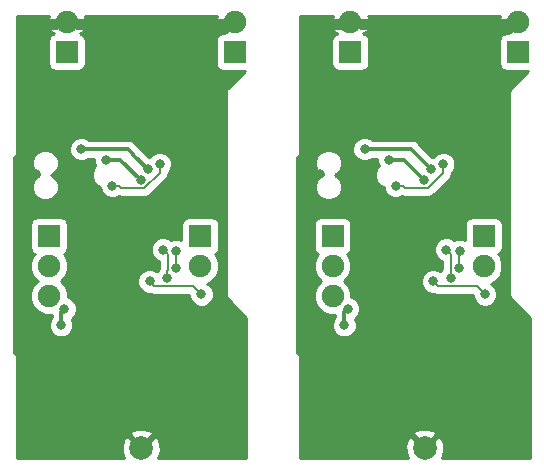
<source format=gbl>
G04 #@! TF.GenerationSoftware,KiCad,Pcbnew,5.0.0-rc2-unknown-68f6e3a~65~ubuntu16.04.1*
G04 #@! TF.CreationDate,2018-07-23T09:18:11+01:00*
G04 #@! TF.ProjectId,jerboa_panel,6A6572626F615F70616E656C2E6B6963,rev?*
G04 #@! TF.SameCoordinates,Original*
G04 #@! TF.FileFunction,Copper,L2,Bot,Signal*
G04 #@! TF.FilePolarity,Positive*
%FSLAX46Y46*%
G04 Gerber Fmt 4.6, Leading zero omitted, Abs format (unit mm)*
G04 Created by KiCad (PCBNEW 5.0.0-rc2-unknown-68f6e3a~65~ubuntu16.04.1) date Mon Jul 23 09:18:11 2018*
%MOMM*%
%LPD*%
G01*
G04 APERTURE LIST*
G04 #@! TA.AperFunction,ComponentPad*
%ADD10C,1.900000*%
G04 #@! TD*
G04 #@! TA.AperFunction,ComponentPad*
%ADD11R,1.900000X1.900000*%
G04 #@! TD*
G04 #@! TA.AperFunction,ViaPad*
%ADD12C,0.600000*%
G04 #@! TD*
G04 #@! TA.AperFunction,ComponentPad*
%ADD13C,2.000000*%
G04 #@! TD*
G04 #@! TA.AperFunction,ViaPad*
%ADD14C,0.800000*%
G04 #@! TD*
G04 #@! TA.AperFunction,Conductor*
%ADD15C,0.320000*%
G04 #@! TD*
G04 #@! TA.AperFunction,Conductor*
%ADD16C,0.200000*%
G04 #@! TD*
G04 #@! TA.AperFunction,Conductor*
%ADD17C,0.500000*%
G04 #@! TD*
G04 #@! TA.AperFunction,Conductor*
%ADD18C,0.254000*%
G04 #@! TD*
G04 APERTURE END LIST*
D10*
G04 #@! TO.P,J2,3*
G04 #@! TO.N,/I2C_SDA*
X58100000Y-60140000D03*
G04 #@! TO.P,J2,2*
G04 #@! TO.N,/I2C_SCL*
X58100000Y-57600000D03*
D11*
G04 #@! TO.P,J2,1*
G04 #@! TO.N,/WSPR_ENABLE*
X58100000Y-55060000D03*
G04 #@! TD*
D12*
G04 #@! TO.N,GND*
G04 #@! TO.C,U1*
X65155905Y-55047128D03*
X62655905Y-55047128D03*
X65155905Y-57547128D03*
X62655905Y-57547128D03*
G04 #@! TD*
D11*
G04 #@! TO.P,J1,1*
G04 #@! TO.N,3v3*
X73800000Y-39470000D03*
D10*
G04 #@! TO.P,J1,2*
G04 #@! TO.N,GND*
X73800000Y-36930000D03*
G04 #@! TD*
G04 #@! TO.P,J3,2*
G04 #@! TO.N,GND*
X59600000Y-36930000D03*
D11*
G04 #@! TO.P,J3,1*
G04 #@! TO.N,Net-(C12-Pad1)*
X59600000Y-39470000D03*
G04 #@! TD*
G04 #@! TO.P,J4,1*
G04 #@! TO.N,/SOLAR_CELL_VOLTAGE*
X70900000Y-55060000D03*
D10*
G04 #@! TO.P,J4,2*
G04 #@! TO.N,/BATT_V*
X70900000Y-57600000D03*
G04 #@! TD*
D13*
G04 #@! TO.P,TP1,1*
G04 #@! TO.N,GND*
X65900000Y-73000000D03*
G04 #@! TD*
D10*
G04 #@! TO.P,J1,2*
G04 #@! TO.N,GND*
X49800000Y-36930000D03*
D11*
G04 #@! TO.P,J1,1*
G04 #@! TO.N,3v3*
X49800000Y-39470000D03*
G04 #@! TD*
D12*
G04 #@! TO.N,GND*
G04 #@! TO.C,U1*
X38655905Y-57547128D03*
X41155905Y-57547128D03*
X38655905Y-55047128D03*
X41155905Y-55047128D03*
G04 #@! TD*
D11*
G04 #@! TO.P,J2,1*
G04 #@! TO.N,/WSPR_ENABLE*
X34100000Y-55060000D03*
D10*
G04 #@! TO.P,J2,2*
G04 #@! TO.N,/I2C_SCL*
X34100000Y-57600000D03*
G04 #@! TO.P,J2,3*
G04 #@! TO.N,/I2C_SDA*
X34100000Y-60140000D03*
G04 #@! TD*
D11*
G04 #@! TO.P,J3,1*
G04 #@! TO.N,Net-(C12-Pad1)*
X35600000Y-39470000D03*
D10*
G04 #@! TO.P,J3,2*
G04 #@! TO.N,GND*
X35600000Y-36930000D03*
G04 #@! TD*
G04 #@! TO.P,J4,2*
G04 #@! TO.N,/BATT_V*
X46900000Y-57600000D03*
D11*
G04 #@! TO.P,J4,1*
G04 #@! TO.N,/SOLAR_CELL_VOLTAGE*
X46900000Y-55060000D03*
G04 #@! TD*
D13*
G04 #@! TO.P,TP1,1*
G04 #@! TO.N,GND*
X41900000Y-73000000D03*
G04 #@! TD*
D14*
G04 #@! TO.N,3v3*
X41839999Y-50300000D03*
X35400000Y-61200000D03*
X38900000Y-48600000D03*
X35100000Y-62610010D03*
X59400000Y-61200000D03*
X62900000Y-48600000D03*
X59100000Y-62610010D03*
X65839999Y-50300000D03*
G04 #@! TO.N,GND*
X45050000Y-61950000D03*
X44300000Y-61200000D03*
X45800000Y-62700000D03*
X45800000Y-61200000D03*
X44300000Y-62700000D03*
X43000000Y-64000000D03*
X32900000Y-65000000D03*
X50400000Y-65600000D03*
X50400000Y-64400000D03*
X50400000Y-63200000D03*
X50400000Y-62000000D03*
X39700000Y-70400000D03*
X43100000Y-67400000D03*
X46000000Y-69600000D03*
X39949989Y-62000000D03*
X37135025Y-60635025D03*
X33029989Y-49800000D03*
X46410330Y-48315129D03*
X47708903Y-51091097D03*
X42700000Y-53700000D03*
X39200000Y-66024998D03*
X49400000Y-72700000D03*
X50300000Y-73600000D03*
X48500000Y-73600000D03*
X48500000Y-71800000D03*
X50300000Y-71800000D03*
X34400000Y-72700000D03*
X33500000Y-73600000D03*
X35300000Y-73600000D03*
X35300000Y-71800000D03*
X33500000Y-71800000D03*
X32708594Y-66560000D03*
X35200000Y-46100000D03*
X32300000Y-39600000D03*
X47300000Y-41900000D03*
X38500000Y-41900000D03*
X47300000Y-39600000D03*
X47300000Y-44200000D03*
X45100000Y-41900000D03*
X42900000Y-41900000D03*
X40700000Y-41900000D03*
X45100000Y-44200000D03*
X42900000Y-44200000D03*
X40700000Y-44200000D03*
X38500000Y-44200000D03*
X45100000Y-39600000D03*
X42900000Y-39600000D03*
X40700000Y-39600000D03*
X38500000Y-39600000D03*
X72500000Y-73600000D03*
X72500000Y-71800000D03*
X74300000Y-71800000D03*
X69800000Y-62700000D03*
X69800000Y-61200000D03*
X56900000Y-65000000D03*
X68300000Y-62700000D03*
X69050000Y-61950000D03*
X68300000Y-61200000D03*
X67000000Y-64000000D03*
X63700000Y-70400000D03*
X67100000Y-67400000D03*
X70000000Y-69600000D03*
X56708594Y-66560000D03*
X59200000Y-46100000D03*
X56300000Y-39600000D03*
X74400000Y-65600000D03*
X74400000Y-64400000D03*
X74400000Y-63200000D03*
X74400000Y-62000000D03*
X71300000Y-41900000D03*
X62500000Y-41900000D03*
X71300000Y-39600000D03*
X63200000Y-66024998D03*
X63949989Y-62000000D03*
X61135025Y-60635025D03*
X62500000Y-44200000D03*
X69100000Y-39600000D03*
X66900000Y-39600000D03*
X64700000Y-39600000D03*
X62500000Y-39600000D03*
X57029989Y-49800000D03*
X70410330Y-48315129D03*
X71708903Y-51091097D03*
X66700000Y-53700000D03*
X71300000Y-44200000D03*
X69100000Y-41900000D03*
X66900000Y-41900000D03*
X64700000Y-41900000D03*
X69100000Y-44200000D03*
X66900000Y-44200000D03*
X64700000Y-44200000D03*
X73400000Y-72700000D03*
X74300000Y-73600000D03*
X58400000Y-72700000D03*
X57500000Y-73600000D03*
X59300000Y-73600000D03*
X59300000Y-71800000D03*
X57500000Y-71800000D03*
G04 #@! TO.N,/MCU_nIRQ_TO_RADIO*
X42600000Y-58900000D03*
X47000000Y-60000000D03*
X66600000Y-58900000D03*
X71000000Y-60000000D03*
G04 #@! TO.N,/MCU_MISO*
X44835196Y-57800550D03*
X44849896Y-56347128D03*
X68835196Y-57800550D03*
X68849896Y-56347128D03*
G04 #@! TO.N,/MCU_MOSI*
X43722048Y-56199990D03*
X44100000Y-58599999D03*
X68100000Y-58599999D03*
X67722048Y-56199990D03*
G04 #@! TO.N,/GPS_~RESET*
X43469762Y-48952169D03*
X39455905Y-50803535D03*
X67469762Y-48952169D03*
X63455905Y-50803535D03*
G04 #@! TO.N,3v3_switched*
X42450000Y-49400000D03*
X36810000Y-47700000D03*
X60810000Y-47700000D03*
X66450000Y-49400000D03*
G04 #@! TD*
D15*
G04 #@! TO.N,3v3*
X41839999Y-50300000D02*
X40572126Y-49032127D01*
X40139999Y-48600000D02*
X41839999Y-50300000D01*
X38900000Y-48600000D02*
X40139999Y-48600000D01*
X35100000Y-61500000D02*
X35400000Y-61200000D01*
X35100000Y-62610010D02*
X35100000Y-61500000D01*
X59100000Y-61500000D02*
X59400000Y-61200000D01*
X59100000Y-62610010D02*
X59100000Y-61500000D01*
X65839999Y-50300000D02*
X64572126Y-49032127D01*
X64139999Y-48600000D02*
X65839999Y-50300000D01*
X62900000Y-48600000D02*
X64139999Y-48600000D01*
D16*
G04 #@! TO.N,GND*
X45050000Y-61950000D02*
X46074998Y-60925002D01*
D17*
X35600000Y-36960000D02*
X32740000Y-36960000D01*
X35600000Y-36960000D02*
X37960000Y-36960000D01*
X35600000Y-36960000D02*
X35960000Y-36960000D01*
X35600000Y-36960000D02*
X36060000Y-36960000D01*
X36060000Y-36960000D02*
X36500000Y-37400000D01*
X36500000Y-37400000D02*
X37100000Y-37400000D01*
X35600000Y-36960000D02*
X35240000Y-36960000D01*
X35240000Y-36960000D02*
X34800000Y-37400000D01*
X34800000Y-37400000D02*
X34100000Y-37400000D01*
X48456498Y-36930000D02*
X48426498Y-36900000D01*
X49800000Y-36930000D02*
X48456498Y-36930000D01*
X48426498Y-36900000D02*
X46500000Y-36900000D01*
X49800000Y-36930000D02*
X49370000Y-36930000D01*
X49370000Y-36930000D02*
X48900000Y-37400000D01*
X48900000Y-37400000D02*
X48400000Y-37400000D01*
X49800000Y-36930000D02*
X49800000Y-37000000D01*
X49800000Y-37000000D02*
X49000000Y-37800000D01*
X49000000Y-37800000D02*
X48500000Y-37800000D01*
D15*
X32308595Y-66160001D02*
X32308595Y-66058595D01*
X32708594Y-66560000D02*
X32308595Y-66160001D01*
X32308595Y-66058595D02*
X31200000Y-64950000D01*
X31200000Y-64950000D02*
X31200000Y-48950000D01*
X31200000Y-48950000D02*
X31200000Y-48450000D01*
X31200000Y-48450000D02*
X31450000Y-48200000D01*
X45100000Y-41900000D02*
X42900000Y-41900000D01*
X42900000Y-41900000D02*
X42900000Y-44200000D01*
X40700000Y-44200000D02*
X38500000Y-44200000D01*
X47300000Y-39600000D02*
X45100000Y-39600000D01*
X45100000Y-39600000D02*
X42900000Y-39600000D01*
X40700000Y-39600000D02*
X38500000Y-39600000D01*
D16*
X69050000Y-61950000D02*
X70074998Y-60925002D01*
D17*
X59600000Y-36960000D02*
X56740000Y-36960000D01*
X59600000Y-36960000D02*
X61960000Y-36960000D01*
X59600000Y-36960000D02*
X59960000Y-36960000D01*
X72900000Y-37400000D02*
X72400000Y-37400000D01*
X73800000Y-36930000D02*
X73800000Y-37000000D01*
X73800000Y-37000000D02*
X73000000Y-37800000D01*
X73000000Y-37800000D02*
X72500000Y-37800000D01*
D15*
X56308595Y-66160001D02*
X56308595Y-66058595D01*
X56708594Y-66560000D02*
X56308595Y-66160001D01*
X56308595Y-66058595D02*
X55200000Y-64950000D01*
X55200000Y-64950000D02*
X55200000Y-48950000D01*
X55200000Y-48950000D02*
X55200000Y-48450000D01*
X55200000Y-48450000D02*
X55450000Y-48200000D01*
D17*
X59600000Y-36960000D02*
X60060000Y-36960000D01*
X60060000Y-36960000D02*
X60500000Y-37400000D01*
X60500000Y-37400000D02*
X61100000Y-37400000D01*
X59600000Y-36960000D02*
X59240000Y-36960000D01*
X59240000Y-36960000D02*
X58800000Y-37400000D01*
X58800000Y-37400000D02*
X58100000Y-37400000D01*
X72456498Y-36930000D02*
X72426498Y-36900000D01*
X73800000Y-36930000D02*
X72456498Y-36930000D01*
X72426498Y-36900000D02*
X70500000Y-36900000D01*
X73800000Y-36930000D02*
X73370000Y-36930000D01*
X73370000Y-36930000D02*
X72900000Y-37400000D01*
D15*
X64700000Y-44200000D02*
X62500000Y-44200000D01*
X71300000Y-39600000D02*
X69100000Y-39600000D01*
X69100000Y-39600000D02*
X66900000Y-39600000D01*
X64700000Y-39600000D02*
X62500000Y-39600000D01*
X69100000Y-41900000D02*
X66900000Y-41900000D01*
X66900000Y-41900000D02*
X66900000Y-44200000D01*
D16*
G04 #@! TO.N,/MCU_nIRQ_TO_RADIO*
X42999999Y-59299999D02*
X42600000Y-58900000D01*
X47000000Y-60000000D02*
X46299999Y-59299999D01*
X46299999Y-59299999D02*
X42999999Y-59299999D01*
X66999999Y-59299999D02*
X66600000Y-58900000D01*
X71000000Y-60000000D02*
X70299999Y-59299999D01*
X70299999Y-59299999D02*
X66999999Y-59299999D01*
G04 #@! TO.N,/MCU_MISO*
X44835196Y-56361828D02*
X44849896Y-56347128D01*
X44835196Y-57800550D02*
X44835196Y-56361828D01*
X68835196Y-57800550D02*
X68835196Y-56361828D01*
X68835196Y-56361828D02*
X68849896Y-56347128D01*
G04 #@! TO.N,/MCU_MOSI*
X44100000Y-58000000D02*
X44100000Y-58599999D01*
X44135195Y-57964805D02*
X44100000Y-58000000D01*
X43722048Y-56199990D02*
X44135195Y-56613137D01*
X44135195Y-56613137D02*
X44135195Y-57964805D01*
X68100000Y-58000000D02*
X68100000Y-58599999D01*
X68135195Y-57964805D02*
X68100000Y-58000000D01*
X67722048Y-56199990D02*
X68135195Y-56613137D01*
X68135195Y-56613137D02*
X68135195Y-57964805D01*
G04 #@! TO.N,/GPS_~RESET*
X43469762Y-49517854D02*
X43469762Y-48952169D01*
X43469762Y-49706239D02*
X43469762Y-49517854D01*
X42176000Y-51000001D02*
X43469762Y-49706239D01*
X40218056Y-51000001D02*
X42176000Y-51000001D01*
X40021590Y-50803535D02*
X40218056Y-51000001D01*
X39455905Y-50803535D02*
X40021590Y-50803535D01*
X67469762Y-49517854D02*
X67469762Y-48952169D01*
X67469762Y-49706239D02*
X67469762Y-49517854D01*
X66176000Y-51000001D02*
X67469762Y-49706239D01*
X64218056Y-51000001D02*
X66176000Y-51000001D01*
X64021590Y-50803535D02*
X64218056Y-51000001D01*
X63455905Y-50803535D02*
X64021590Y-50803535D01*
D15*
G04 #@! TO.N,3v3_switched*
X41083589Y-48033589D02*
X41300000Y-48250000D01*
X42450000Y-49400000D02*
X41300000Y-48250000D01*
X41300000Y-48250000D02*
X41197776Y-48147776D01*
X40750000Y-47700000D02*
X41083589Y-48033589D01*
X36810000Y-47700000D02*
X40750000Y-47700000D01*
X65083589Y-48033589D02*
X65300000Y-48250000D01*
X66450000Y-49400000D02*
X65300000Y-48250000D01*
X65300000Y-48250000D02*
X65197776Y-48147776D01*
X64750000Y-47700000D02*
X65083589Y-48033589D01*
X60810000Y-47700000D02*
X64750000Y-47700000D01*
G04 #@! TD*
D18*
G04 #@! TO.N,GND*
G36*
X34003812Y-36677398D02*
X34028648Y-37307461D01*
X34221981Y-37774208D01*
X34483648Y-37866744D01*
X34435083Y-37915309D01*
X34402235Y-37921843D01*
X34192191Y-38062191D01*
X34051843Y-38272235D01*
X34002560Y-38520000D01*
X34002560Y-40420000D01*
X34051843Y-40667765D01*
X34192191Y-40877809D01*
X34402235Y-41018157D01*
X34650000Y-41067440D01*
X36550000Y-41067440D01*
X36797765Y-41018157D01*
X37007809Y-40877809D01*
X37148157Y-40667765D01*
X37197440Y-40420000D01*
X37197440Y-38520000D01*
X37148157Y-38272235D01*
X37007809Y-38062191D01*
X36797765Y-37921843D01*
X36764917Y-37915309D01*
X36716352Y-37866744D01*
X36978019Y-37774208D01*
X37196188Y-37182602D01*
X37171352Y-36552539D01*
X37117674Y-36422949D01*
X48297646Y-36422949D01*
X48203812Y-36677398D01*
X48228648Y-37307461D01*
X48421981Y-37774208D01*
X48683648Y-37866744D01*
X48635083Y-37915309D01*
X48602235Y-37921843D01*
X48392191Y-38062191D01*
X48251843Y-38272235D01*
X48202560Y-38520000D01*
X48202560Y-40420000D01*
X48251843Y-40667765D01*
X48392191Y-40877809D01*
X48602235Y-41018157D01*
X48850000Y-41067440D01*
X50677463Y-41067440D01*
X49292022Y-42452882D01*
X49238587Y-42488586D01*
X49202882Y-42542022D01*
X49202881Y-42542023D01*
X49097134Y-42700284D01*
X49047463Y-42950000D01*
X49060001Y-43013034D01*
X49060000Y-59886971D01*
X49047463Y-59950000D01*
X49060000Y-60013029D01*
X49060000Y-60013032D01*
X49097133Y-60199714D01*
X49238586Y-60411414D01*
X49292024Y-60447120D01*
X50810001Y-61965098D01*
X50810000Y-73810000D01*
X43343262Y-73810000D01*
X43545908Y-73264539D01*
X43521856Y-72614540D01*
X43319387Y-72125736D01*
X43052532Y-72027073D01*
X42079605Y-73000000D01*
X42093748Y-73014143D01*
X41914143Y-73193748D01*
X41900000Y-73179605D01*
X41885858Y-73193748D01*
X41706253Y-73014143D01*
X41720395Y-73000000D01*
X40747468Y-72027073D01*
X40480613Y-72125736D01*
X40254092Y-72735461D01*
X40278144Y-73385460D01*
X40453994Y-73810000D01*
X31340000Y-73810000D01*
X31340000Y-71847468D01*
X40927073Y-71847468D01*
X41900000Y-72820395D01*
X42872927Y-71847468D01*
X42774264Y-71580613D01*
X42164539Y-71354092D01*
X41514540Y-71378144D01*
X41025736Y-71580613D01*
X40927073Y-71847468D01*
X31340000Y-71847468D01*
X31340000Y-54110000D01*
X32502560Y-54110000D01*
X32502560Y-56010000D01*
X32551843Y-56257765D01*
X32692191Y-56467809D01*
X32871111Y-56587361D01*
X32756302Y-56702170D01*
X32515000Y-57284724D01*
X32515000Y-57915276D01*
X32756302Y-58497830D01*
X33128472Y-58870000D01*
X32756302Y-59242170D01*
X32515000Y-59824724D01*
X32515000Y-60455276D01*
X32756302Y-61037830D01*
X33202170Y-61483698D01*
X33784724Y-61725000D01*
X34305001Y-61725000D01*
X34305001Y-61941298D01*
X34222569Y-62023730D01*
X34065000Y-62404136D01*
X34065000Y-62815884D01*
X34222569Y-63196290D01*
X34513720Y-63487441D01*
X34894126Y-63645010D01*
X35305874Y-63645010D01*
X35686280Y-63487441D01*
X35977431Y-63196290D01*
X36135000Y-62815884D01*
X36135000Y-62404136D01*
X35995751Y-62067960D01*
X36277431Y-61786280D01*
X36435000Y-61405874D01*
X36435000Y-60994126D01*
X36277431Y-60613720D01*
X35986280Y-60322569D01*
X35685000Y-60197775D01*
X35685000Y-59824724D01*
X35443698Y-59242170D01*
X35071528Y-58870000D01*
X35247402Y-58694126D01*
X41565000Y-58694126D01*
X41565000Y-59105874D01*
X41722569Y-59486280D01*
X42013720Y-59777431D01*
X42394126Y-59935000D01*
X42627381Y-59935000D01*
X42713216Y-59992353D01*
X42927611Y-60034999D01*
X42927614Y-60034999D01*
X42999998Y-60049397D01*
X43072382Y-60034999D01*
X45965000Y-60034999D01*
X45965000Y-60205874D01*
X46122569Y-60586280D01*
X46413720Y-60877431D01*
X46794126Y-61035000D01*
X47205874Y-61035000D01*
X47586280Y-60877431D01*
X47877431Y-60586280D01*
X48035000Y-60205874D01*
X48035000Y-59794126D01*
X47877431Y-59413720D01*
X47586280Y-59122569D01*
X47476139Y-59076947D01*
X47797830Y-58943698D01*
X48243698Y-58497830D01*
X48485000Y-57915276D01*
X48485000Y-57284724D01*
X48243698Y-56702170D01*
X48128889Y-56587361D01*
X48307809Y-56467809D01*
X48448157Y-56257765D01*
X48497440Y-56010000D01*
X48497440Y-54110000D01*
X48448157Y-53862235D01*
X48307809Y-53652191D01*
X48097765Y-53511843D01*
X47850000Y-53462560D01*
X45950000Y-53462560D01*
X45702235Y-53511843D01*
X45492191Y-53652191D01*
X45351843Y-53862235D01*
X45302560Y-54110000D01*
X45302560Y-55414352D01*
X45055770Y-55312128D01*
X44644022Y-55312128D01*
X44399275Y-55413506D01*
X44308328Y-55322559D01*
X43927922Y-55164990D01*
X43516174Y-55164990D01*
X43135768Y-55322559D01*
X42844617Y-55613710D01*
X42687048Y-55994116D01*
X42687048Y-56405864D01*
X42844617Y-56786270D01*
X43135768Y-57077421D01*
X43400195Y-57186950D01*
X43400196Y-57750672D01*
X43378986Y-57857302D01*
X43222569Y-58013719D01*
X43209348Y-58045637D01*
X43186280Y-58022569D01*
X42805874Y-57865000D01*
X42394126Y-57865000D01*
X42013720Y-58022569D01*
X41722569Y-58313720D01*
X41565000Y-58694126D01*
X35247402Y-58694126D01*
X35443698Y-58497830D01*
X35685000Y-57915276D01*
X35685000Y-57284724D01*
X35443698Y-56702170D01*
X35328889Y-56587361D01*
X35507809Y-56467809D01*
X35648157Y-56257765D01*
X35697440Y-56010000D01*
X35697440Y-54110000D01*
X35648157Y-53862235D01*
X35507809Y-53652191D01*
X35297765Y-53511843D01*
X35050000Y-53462560D01*
X33150000Y-53462560D01*
X32902235Y-53511843D01*
X32692191Y-53652191D01*
X32551843Y-53862235D01*
X32502560Y-54110000D01*
X31340000Y-54110000D01*
X31340000Y-48650362D01*
X32625000Y-48650362D01*
X32625000Y-49101894D01*
X32797793Y-49519054D01*
X33117074Y-49838335D01*
X33246942Y-49892128D01*
X33117074Y-49945921D01*
X32797793Y-50265202D01*
X32625000Y-50682362D01*
X32625000Y-51133894D01*
X32797793Y-51551054D01*
X33117074Y-51870335D01*
X33534234Y-52043128D01*
X33985766Y-52043128D01*
X34402926Y-51870335D01*
X34722207Y-51551054D01*
X34895000Y-51133894D01*
X34895000Y-50682362D01*
X34722207Y-50265202D01*
X34402926Y-49945921D01*
X34273058Y-49892128D01*
X34402926Y-49838335D01*
X34722207Y-49519054D01*
X34895000Y-49101894D01*
X34895000Y-48650362D01*
X34722207Y-48233202D01*
X34402926Y-47913921D01*
X33985766Y-47741128D01*
X33534234Y-47741128D01*
X33117074Y-47913921D01*
X32797793Y-48233202D01*
X32625000Y-48650362D01*
X31340000Y-48650362D01*
X31340000Y-47494126D01*
X35775000Y-47494126D01*
X35775000Y-47905874D01*
X35932569Y-48286280D01*
X36223720Y-48577431D01*
X36604126Y-48735000D01*
X37015874Y-48735000D01*
X37396280Y-48577431D01*
X37478711Y-48495000D01*
X37865000Y-48495000D01*
X37865000Y-48805874D01*
X37998595Y-49128400D01*
X37877793Y-49249202D01*
X37705000Y-49666362D01*
X37705000Y-50117894D01*
X37877793Y-50535054D01*
X38197074Y-50854335D01*
X38420905Y-50947049D01*
X38420905Y-51009409D01*
X38578474Y-51389815D01*
X38869625Y-51680966D01*
X39250031Y-51838535D01*
X39661779Y-51838535D01*
X39987627Y-51703565D01*
X40145668Y-51735001D01*
X40145672Y-51735001D01*
X40218056Y-51749399D01*
X40290440Y-51735001D01*
X42103616Y-51735001D01*
X42176000Y-51749399D01*
X42248384Y-51735001D01*
X42248388Y-51735001D01*
X42462783Y-51692355D01*
X42705905Y-51529906D01*
X42746911Y-51468536D01*
X43938300Y-50277148D01*
X43999667Y-50236144D01*
X44162116Y-49993022D01*
X44204762Y-49778627D01*
X44204762Y-49778626D01*
X44219161Y-49706239D01*
X44212565Y-49673077D01*
X44347193Y-49538449D01*
X44504762Y-49158043D01*
X44504762Y-48746295D01*
X44347193Y-48365889D01*
X44056042Y-48074738D01*
X43675636Y-47917169D01*
X43263888Y-47917169D01*
X42883482Y-48074738D01*
X42593220Y-48365000D01*
X42539299Y-48365000D01*
X41367514Y-47193215D01*
X41323162Y-47126838D01*
X41060193Y-46951127D01*
X40828296Y-46905000D01*
X40828291Y-46905000D01*
X40750000Y-46889427D01*
X40671709Y-46905000D01*
X37478711Y-46905000D01*
X37396280Y-46822569D01*
X37015874Y-46665000D01*
X36604126Y-46665000D01*
X36223720Y-46822569D01*
X35932569Y-47113720D01*
X35775000Y-47494126D01*
X31340000Y-47494126D01*
X31340000Y-36422949D01*
X34097646Y-36422949D01*
X34003812Y-36677398D01*
X34003812Y-36677398D01*
G37*
X34003812Y-36677398D02*
X34028648Y-37307461D01*
X34221981Y-37774208D01*
X34483648Y-37866744D01*
X34435083Y-37915309D01*
X34402235Y-37921843D01*
X34192191Y-38062191D01*
X34051843Y-38272235D01*
X34002560Y-38520000D01*
X34002560Y-40420000D01*
X34051843Y-40667765D01*
X34192191Y-40877809D01*
X34402235Y-41018157D01*
X34650000Y-41067440D01*
X36550000Y-41067440D01*
X36797765Y-41018157D01*
X37007809Y-40877809D01*
X37148157Y-40667765D01*
X37197440Y-40420000D01*
X37197440Y-38520000D01*
X37148157Y-38272235D01*
X37007809Y-38062191D01*
X36797765Y-37921843D01*
X36764917Y-37915309D01*
X36716352Y-37866744D01*
X36978019Y-37774208D01*
X37196188Y-37182602D01*
X37171352Y-36552539D01*
X37117674Y-36422949D01*
X48297646Y-36422949D01*
X48203812Y-36677398D01*
X48228648Y-37307461D01*
X48421981Y-37774208D01*
X48683648Y-37866744D01*
X48635083Y-37915309D01*
X48602235Y-37921843D01*
X48392191Y-38062191D01*
X48251843Y-38272235D01*
X48202560Y-38520000D01*
X48202560Y-40420000D01*
X48251843Y-40667765D01*
X48392191Y-40877809D01*
X48602235Y-41018157D01*
X48850000Y-41067440D01*
X50677463Y-41067440D01*
X49292022Y-42452882D01*
X49238587Y-42488586D01*
X49202882Y-42542022D01*
X49202881Y-42542023D01*
X49097134Y-42700284D01*
X49047463Y-42950000D01*
X49060001Y-43013034D01*
X49060000Y-59886971D01*
X49047463Y-59950000D01*
X49060000Y-60013029D01*
X49060000Y-60013032D01*
X49097133Y-60199714D01*
X49238586Y-60411414D01*
X49292024Y-60447120D01*
X50810001Y-61965098D01*
X50810000Y-73810000D01*
X43343262Y-73810000D01*
X43545908Y-73264539D01*
X43521856Y-72614540D01*
X43319387Y-72125736D01*
X43052532Y-72027073D01*
X42079605Y-73000000D01*
X42093748Y-73014143D01*
X41914143Y-73193748D01*
X41900000Y-73179605D01*
X41885858Y-73193748D01*
X41706253Y-73014143D01*
X41720395Y-73000000D01*
X40747468Y-72027073D01*
X40480613Y-72125736D01*
X40254092Y-72735461D01*
X40278144Y-73385460D01*
X40453994Y-73810000D01*
X31340000Y-73810000D01*
X31340000Y-71847468D01*
X40927073Y-71847468D01*
X41900000Y-72820395D01*
X42872927Y-71847468D01*
X42774264Y-71580613D01*
X42164539Y-71354092D01*
X41514540Y-71378144D01*
X41025736Y-71580613D01*
X40927073Y-71847468D01*
X31340000Y-71847468D01*
X31340000Y-54110000D01*
X32502560Y-54110000D01*
X32502560Y-56010000D01*
X32551843Y-56257765D01*
X32692191Y-56467809D01*
X32871111Y-56587361D01*
X32756302Y-56702170D01*
X32515000Y-57284724D01*
X32515000Y-57915276D01*
X32756302Y-58497830D01*
X33128472Y-58870000D01*
X32756302Y-59242170D01*
X32515000Y-59824724D01*
X32515000Y-60455276D01*
X32756302Y-61037830D01*
X33202170Y-61483698D01*
X33784724Y-61725000D01*
X34305001Y-61725000D01*
X34305001Y-61941298D01*
X34222569Y-62023730D01*
X34065000Y-62404136D01*
X34065000Y-62815884D01*
X34222569Y-63196290D01*
X34513720Y-63487441D01*
X34894126Y-63645010D01*
X35305874Y-63645010D01*
X35686280Y-63487441D01*
X35977431Y-63196290D01*
X36135000Y-62815884D01*
X36135000Y-62404136D01*
X35995751Y-62067960D01*
X36277431Y-61786280D01*
X36435000Y-61405874D01*
X36435000Y-60994126D01*
X36277431Y-60613720D01*
X35986280Y-60322569D01*
X35685000Y-60197775D01*
X35685000Y-59824724D01*
X35443698Y-59242170D01*
X35071528Y-58870000D01*
X35247402Y-58694126D01*
X41565000Y-58694126D01*
X41565000Y-59105874D01*
X41722569Y-59486280D01*
X42013720Y-59777431D01*
X42394126Y-59935000D01*
X42627381Y-59935000D01*
X42713216Y-59992353D01*
X42927611Y-60034999D01*
X42927614Y-60034999D01*
X42999998Y-60049397D01*
X43072382Y-60034999D01*
X45965000Y-60034999D01*
X45965000Y-60205874D01*
X46122569Y-60586280D01*
X46413720Y-60877431D01*
X46794126Y-61035000D01*
X47205874Y-61035000D01*
X47586280Y-60877431D01*
X47877431Y-60586280D01*
X48035000Y-60205874D01*
X48035000Y-59794126D01*
X47877431Y-59413720D01*
X47586280Y-59122569D01*
X47476139Y-59076947D01*
X47797830Y-58943698D01*
X48243698Y-58497830D01*
X48485000Y-57915276D01*
X48485000Y-57284724D01*
X48243698Y-56702170D01*
X48128889Y-56587361D01*
X48307809Y-56467809D01*
X48448157Y-56257765D01*
X48497440Y-56010000D01*
X48497440Y-54110000D01*
X48448157Y-53862235D01*
X48307809Y-53652191D01*
X48097765Y-53511843D01*
X47850000Y-53462560D01*
X45950000Y-53462560D01*
X45702235Y-53511843D01*
X45492191Y-53652191D01*
X45351843Y-53862235D01*
X45302560Y-54110000D01*
X45302560Y-55414352D01*
X45055770Y-55312128D01*
X44644022Y-55312128D01*
X44399275Y-55413506D01*
X44308328Y-55322559D01*
X43927922Y-55164990D01*
X43516174Y-55164990D01*
X43135768Y-55322559D01*
X42844617Y-55613710D01*
X42687048Y-55994116D01*
X42687048Y-56405864D01*
X42844617Y-56786270D01*
X43135768Y-57077421D01*
X43400195Y-57186950D01*
X43400196Y-57750672D01*
X43378986Y-57857302D01*
X43222569Y-58013719D01*
X43209348Y-58045637D01*
X43186280Y-58022569D01*
X42805874Y-57865000D01*
X42394126Y-57865000D01*
X42013720Y-58022569D01*
X41722569Y-58313720D01*
X41565000Y-58694126D01*
X35247402Y-58694126D01*
X35443698Y-58497830D01*
X35685000Y-57915276D01*
X35685000Y-57284724D01*
X35443698Y-56702170D01*
X35328889Y-56587361D01*
X35507809Y-56467809D01*
X35648157Y-56257765D01*
X35697440Y-56010000D01*
X35697440Y-54110000D01*
X35648157Y-53862235D01*
X35507809Y-53652191D01*
X35297765Y-53511843D01*
X35050000Y-53462560D01*
X33150000Y-53462560D01*
X32902235Y-53511843D01*
X32692191Y-53652191D01*
X32551843Y-53862235D01*
X32502560Y-54110000D01*
X31340000Y-54110000D01*
X31340000Y-48650362D01*
X32625000Y-48650362D01*
X32625000Y-49101894D01*
X32797793Y-49519054D01*
X33117074Y-49838335D01*
X33246942Y-49892128D01*
X33117074Y-49945921D01*
X32797793Y-50265202D01*
X32625000Y-50682362D01*
X32625000Y-51133894D01*
X32797793Y-51551054D01*
X33117074Y-51870335D01*
X33534234Y-52043128D01*
X33985766Y-52043128D01*
X34402926Y-51870335D01*
X34722207Y-51551054D01*
X34895000Y-51133894D01*
X34895000Y-50682362D01*
X34722207Y-50265202D01*
X34402926Y-49945921D01*
X34273058Y-49892128D01*
X34402926Y-49838335D01*
X34722207Y-49519054D01*
X34895000Y-49101894D01*
X34895000Y-48650362D01*
X34722207Y-48233202D01*
X34402926Y-47913921D01*
X33985766Y-47741128D01*
X33534234Y-47741128D01*
X33117074Y-47913921D01*
X32797793Y-48233202D01*
X32625000Y-48650362D01*
X31340000Y-48650362D01*
X31340000Y-47494126D01*
X35775000Y-47494126D01*
X35775000Y-47905874D01*
X35932569Y-48286280D01*
X36223720Y-48577431D01*
X36604126Y-48735000D01*
X37015874Y-48735000D01*
X37396280Y-48577431D01*
X37478711Y-48495000D01*
X37865000Y-48495000D01*
X37865000Y-48805874D01*
X37998595Y-49128400D01*
X37877793Y-49249202D01*
X37705000Y-49666362D01*
X37705000Y-50117894D01*
X37877793Y-50535054D01*
X38197074Y-50854335D01*
X38420905Y-50947049D01*
X38420905Y-51009409D01*
X38578474Y-51389815D01*
X38869625Y-51680966D01*
X39250031Y-51838535D01*
X39661779Y-51838535D01*
X39987627Y-51703565D01*
X40145668Y-51735001D01*
X40145672Y-51735001D01*
X40218056Y-51749399D01*
X40290440Y-51735001D01*
X42103616Y-51735001D01*
X42176000Y-51749399D01*
X42248384Y-51735001D01*
X42248388Y-51735001D01*
X42462783Y-51692355D01*
X42705905Y-51529906D01*
X42746911Y-51468536D01*
X43938300Y-50277148D01*
X43999667Y-50236144D01*
X44162116Y-49993022D01*
X44204762Y-49778627D01*
X44204762Y-49778626D01*
X44219161Y-49706239D01*
X44212565Y-49673077D01*
X44347193Y-49538449D01*
X44504762Y-49158043D01*
X44504762Y-48746295D01*
X44347193Y-48365889D01*
X44056042Y-48074738D01*
X43675636Y-47917169D01*
X43263888Y-47917169D01*
X42883482Y-48074738D01*
X42593220Y-48365000D01*
X42539299Y-48365000D01*
X41367514Y-47193215D01*
X41323162Y-47126838D01*
X41060193Y-46951127D01*
X40828296Y-46905000D01*
X40828291Y-46905000D01*
X40750000Y-46889427D01*
X40671709Y-46905000D01*
X37478711Y-46905000D01*
X37396280Y-46822569D01*
X37015874Y-46665000D01*
X36604126Y-46665000D01*
X36223720Y-46822569D01*
X35932569Y-47113720D01*
X35775000Y-47494126D01*
X31340000Y-47494126D01*
X31340000Y-36422949D01*
X34097646Y-36422949D01*
X34003812Y-36677398D01*
G36*
X35793748Y-36915858D02*
X35779605Y-36930000D01*
X35793748Y-36944143D01*
X35614143Y-37123748D01*
X35600000Y-37109605D01*
X35585858Y-37123748D01*
X35406253Y-36944143D01*
X35420395Y-36930000D01*
X35406253Y-36915858D01*
X35585858Y-36736253D01*
X35600000Y-36750395D01*
X35614143Y-36736253D01*
X35793748Y-36915858D01*
X35793748Y-36915858D01*
G37*
X35793748Y-36915858D02*
X35779605Y-36930000D01*
X35793748Y-36944143D01*
X35614143Y-37123748D01*
X35600000Y-37109605D01*
X35585858Y-37123748D01*
X35406253Y-36944143D01*
X35420395Y-36930000D01*
X35406253Y-36915858D01*
X35585858Y-36736253D01*
X35600000Y-36750395D01*
X35614143Y-36736253D01*
X35793748Y-36915858D01*
G36*
X49993748Y-36915858D02*
X49979605Y-36930000D01*
X49993748Y-36944143D01*
X49814143Y-37123748D01*
X49800000Y-37109605D01*
X49785858Y-37123748D01*
X49606253Y-36944143D01*
X49620395Y-36930000D01*
X49606253Y-36915858D01*
X49785858Y-36736253D01*
X49800000Y-36750395D01*
X49814143Y-36736253D01*
X49993748Y-36915858D01*
X49993748Y-36915858D01*
G37*
X49993748Y-36915858D02*
X49979605Y-36930000D01*
X49993748Y-36944143D01*
X49814143Y-37123748D01*
X49800000Y-37109605D01*
X49785858Y-37123748D01*
X49606253Y-36944143D01*
X49620395Y-36930000D01*
X49606253Y-36915858D01*
X49785858Y-36736253D01*
X49800000Y-36750395D01*
X49814143Y-36736253D01*
X49993748Y-36915858D01*
G36*
X58003812Y-36677398D02*
X58028648Y-37307461D01*
X58221981Y-37774208D01*
X58483648Y-37866744D01*
X58435083Y-37915309D01*
X58402235Y-37921843D01*
X58192191Y-38062191D01*
X58051843Y-38272235D01*
X58002560Y-38520000D01*
X58002560Y-40420000D01*
X58051843Y-40667765D01*
X58192191Y-40877809D01*
X58402235Y-41018157D01*
X58650000Y-41067440D01*
X60550000Y-41067440D01*
X60797765Y-41018157D01*
X61007809Y-40877809D01*
X61148157Y-40667765D01*
X61197440Y-40420000D01*
X61197440Y-38520000D01*
X61148157Y-38272235D01*
X61007809Y-38062191D01*
X60797765Y-37921843D01*
X60764917Y-37915309D01*
X60716352Y-37866744D01*
X60978019Y-37774208D01*
X61196188Y-37182602D01*
X61171352Y-36552539D01*
X61117674Y-36422949D01*
X72297646Y-36422949D01*
X72203812Y-36677398D01*
X72228648Y-37307461D01*
X72421981Y-37774208D01*
X72683648Y-37866744D01*
X72635083Y-37915309D01*
X72602235Y-37921843D01*
X72392191Y-38062191D01*
X72251843Y-38272235D01*
X72202560Y-38520000D01*
X72202560Y-40420000D01*
X72251843Y-40667765D01*
X72392191Y-40877809D01*
X72602235Y-41018157D01*
X72850000Y-41067440D01*
X74677463Y-41067440D01*
X73292022Y-42452882D01*
X73238587Y-42488586D01*
X73202882Y-42542022D01*
X73202881Y-42542023D01*
X73097134Y-42700284D01*
X73047463Y-42950000D01*
X73060001Y-43013034D01*
X73060000Y-59886971D01*
X73047463Y-59950000D01*
X73060000Y-60013029D01*
X73060000Y-60013032D01*
X73097133Y-60199714D01*
X73238586Y-60411414D01*
X73292024Y-60447120D01*
X74810001Y-61965098D01*
X74810000Y-73810000D01*
X67343262Y-73810000D01*
X67545908Y-73264539D01*
X67521856Y-72614540D01*
X67319387Y-72125736D01*
X67052532Y-72027073D01*
X66079605Y-73000000D01*
X66093748Y-73014143D01*
X65914143Y-73193748D01*
X65900000Y-73179605D01*
X65885858Y-73193748D01*
X65706253Y-73014143D01*
X65720395Y-73000000D01*
X64747468Y-72027073D01*
X64480613Y-72125736D01*
X64254092Y-72735461D01*
X64278144Y-73385460D01*
X64453994Y-73810000D01*
X55340000Y-73810000D01*
X55340000Y-71847468D01*
X64927073Y-71847468D01*
X65900000Y-72820395D01*
X66872927Y-71847468D01*
X66774264Y-71580613D01*
X66164539Y-71354092D01*
X65514540Y-71378144D01*
X65025736Y-71580613D01*
X64927073Y-71847468D01*
X55340000Y-71847468D01*
X55340000Y-54110000D01*
X56502560Y-54110000D01*
X56502560Y-56010000D01*
X56551843Y-56257765D01*
X56692191Y-56467809D01*
X56871111Y-56587361D01*
X56756302Y-56702170D01*
X56515000Y-57284724D01*
X56515000Y-57915276D01*
X56756302Y-58497830D01*
X57128472Y-58870000D01*
X56756302Y-59242170D01*
X56515000Y-59824724D01*
X56515000Y-60455276D01*
X56756302Y-61037830D01*
X57202170Y-61483698D01*
X57784724Y-61725000D01*
X58305001Y-61725000D01*
X58305001Y-61941298D01*
X58222569Y-62023730D01*
X58065000Y-62404136D01*
X58065000Y-62815884D01*
X58222569Y-63196290D01*
X58513720Y-63487441D01*
X58894126Y-63645010D01*
X59305874Y-63645010D01*
X59686280Y-63487441D01*
X59977431Y-63196290D01*
X60135000Y-62815884D01*
X60135000Y-62404136D01*
X59995751Y-62067960D01*
X60277431Y-61786280D01*
X60435000Y-61405874D01*
X60435000Y-60994126D01*
X60277431Y-60613720D01*
X59986280Y-60322569D01*
X59685000Y-60197775D01*
X59685000Y-59824724D01*
X59443698Y-59242170D01*
X59071528Y-58870000D01*
X59247402Y-58694126D01*
X65565000Y-58694126D01*
X65565000Y-59105874D01*
X65722569Y-59486280D01*
X66013720Y-59777431D01*
X66394126Y-59935000D01*
X66627381Y-59935000D01*
X66713216Y-59992353D01*
X66927611Y-60034999D01*
X66927614Y-60034999D01*
X66999998Y-60049397D01*
X67072382Y-60034999D01*
X69965000Y-60034999D01*
X69965000Y-60205874D01*
X70122569Y-60586280D01*
X70413720Y-60877431D01*
X70794126Y-61035000D01*
X71205874Y-61035000D01*
X71586280Y-60877431D01*
X71877431Y-60586280D01*
X72035000Y-60205874D01*
X72035000Y-59794126D01*
X71877431Y-59413720D01*
X71586280Y-59122569D01*
X71476139Y-59076947D01*
X71797830Y-58943698D01*
X72243698Y-58497830D01*
X72485000Y-57915276D01*
X72485000Y-57284724D01*
X72243698Y-56702170D01*
X72128889Y-56587361D01*
X72307809Y-56467809D01*
X72448157Y-56257765D01*
X72497440Y-56010000D01*
X72497440Y-54110000D01*
X72448157Y-53862235D01*
X72307809Y-53652191D01*
X72097765Y-53511843D01*
X71850000Y-53462560D01*
X69950000Y-53462560D01*
X69702235Y-53511843D01*
X69492191Y-53652191D01*
X69351843Y-53862235D01*
X69302560Y-54110000D01*
X69302560Y-55414352D01*
X69055770Y-55312128D01*
X68644022Y-55312128D01*
X68399275Y-55413506D01*
X68308328Y-55322559D01*
X67927922Y-55164990D01*
X67516174Y-55164990D01*
X67135768Y-55322559D01*
X66844617Y-55613710D01*
X66687048Y-55994116D01*
X66687048Y-56405864D01*
X66844617Y-56786270D01*
X67135768Y-57077421D01*
X67400195Y-57186950D01*
X67400196Y-57750672D01*
X67378986Y-57857302D01*
X67222569Y-58013719D01*
X67209348Y-58045637D01*
X67186280Y-58022569D01*
X66805874Y-57865000D01*
X66394126Y-57865000D01*
X66013720Y-58022569D01*
X65722569Y-58313720D01*
X65565000Y-58694126D01*
X59247402Y-58694126D01*
X59443698Y-58497830D01*
X59685000Y-57915276D01*
X59685000Y-57284724D01*
X59443698Y-56702170D01*
X59328889Y-56587361D01*
X59507809Y-56467809D01*
X59648157Y-56257765D01*
X59697440Y-56010000D01*
X59697440Y-54110000D01*
X59648157Y-53862235D01*
X59507809Y-53652191D01*
X59297765Y-53511843D01*
X59050000Y-53462560D01*
X57150000Y-53462560D01*
X56902235Y-53511843D01*
X56692191Y-53652191D01*
X56551843Y-53862235D01*
X56502560Y-54110000D01*
X55340000Y-54110000D01*
X55340000Y-48650362D01*
X56625000Y-48650362D01*
X56625000Y-49101894D01*
X56797793Y-49519054D01*
X57117074Y-49838335D01*
X57246942Y-49892128D01*
X57117074Y-49945921D01*
X56797793Y-50265202D01*
X56625000Y-50682362D01*
X56625000Y-51133894D01*
X56797793Y-51551054D01*
X57117074Y-51870335D01*
X57534234Y-52043128D01*
X57985766Y-52043128D01*
X58402926Y-51870335D01*
X58722207Y-51551054D01*
X58895000Y-51133894D01*
X58895000Y-50682362D01*
X58722207Y-50265202D01*
X58402926Y-49945921D01*
X58273058Y-49892128D01*
X58402926Y-49838335D01*
X58722207Y-49519054D01*
X58895000Y-49101894D01*
X58895000Y-48650362D01*
X58722207Y-48233202D01*
X58402926Y-47913921D01*
X57985766Y-47741128D01*
X57534234Y-47741128D01*
X57117074Y-47913921D01*
X56797793Y-48233202D01*
X56625000Y-48650362D01*
X55340000Y-48650362D01*
X55340000Y-47494126D01*
X59775000Y-47494126D01*
X59775000Y-47905874D01*
X59932569Y-48286280D01*
X60223720Y-48577431D01*
X60604126Y-48735000D01*
X61015874Y-48735000D01*
X61396280Y-48577431D01*
X61478711Y-48495000D01*
X61865000Y-48495000D01*
X61865000Y-48805874D01*
X61998595Y-49128400D01*
X61877793Y-49249202D01*
X61705000Y-49666362D01*
X61705000Y-50117894D01*
X61877793Y-50535054D01*
X62197074Y-50854335D01*
X62420905Y-50947049D01*
X62420905Y-51009409D01*
X62578474Y-51389815D01*
X62869625Y-51680966D01*
X63250031Y-51838535D01*
X63661779Y-51838535D01*
X63987627Y-51703565D01*
X64145668Y-51735001D01*
X64145672Y-51735001D01*
X64218056Y-51749399D01*
X64290440Y-51735001D01*
X66103616Y-51735001D01*
X66176000Y-51749399D01*
X66248384Y-51735001D01*
X66248388Y-51735001D01*
X66462783Y-51692355D01*
X66705905Y-51529906D01*
X66746911Y-51468536D01*
X67938300Y-50277148D01*
X67999667Y-50236144D01*
X68162116Y-49993022D01*
X68204762Y-49778627D01*
X68204762Y-49778626D01*
X68219161Y-49706239D01*
X68212565Y-49673077D01*
X68347193Y-49538449D01*
X68504762Y-49158043D01*
X68504762Y-48746295D01*
X68347193Y-48365889D01*
X68056042Y-48074738D01*
X67675636Y-47917169D01*
X67263888Y-47917169D01*
X66883482Y-48074738D01*
X66593220Y-48365000D01*
X66539299Y-48365000D01*
X65367514Y-47193215D01*
X65323162Y-47126838D01*
X65060193Y-46951127D01*
X64828296Y-46905000D01*
X64828291Y-46905000D01*
X64750000Y-46889427D01*
X64671709Y-46905000D01*
X61478711Y-46905000D01*
X61396280Y-46822569D01*
X61015874Y-46665000D01*
X60604126Y-46665000D01*
X60223720Y-46822569D01*
X59932569Y-47113720D01*
X59775000Y-47494126D01*
X55340000Y-47494126D01*
X55340000Y-36422949D01*
X58097646Y-36422949D01*
X58003812Y-36677398D01*
X58003812Y-36677398D01*
G37*
X58003812Y-36677398D02*
X58028648Y-37307461D01*
X58221981Y-37774208D01*
X58483648Y-37866744D01*
X58435083Y-37915309D01*
X58402235Y-37921843D01*
X58192191Y-38062191D01*
X58051843Y-38272235D01*
X58002560Y-38520000D01*
X58002560Y-40420000D01*
X58051843Y-40667765D01*
X58192191Y-40877809D01*
X58402235Y-41018157D01*
X58650000Y-41067440D01*
X60550000Y-41067440D01*
X60797765Y-41018157D01*
X61007809Y-40877809D01*
X61148157Y-40667765D01*
X61197440Y-40420000D01*
X61197440Y-38520000D01*
X61148157Y-38272235D01*
X61007809Y-38062191D01*
X60797765Y-37921843D01*
X60764917Y-37915309D01*
X60716352Y-37866744D01*
X60978019Y-37774208D01*
X61196188Y-37182602D01*
X61171352Y-36552539D01*
X61117674Y-36422949D01*
X72297646Y-36422949D01*
X72203812Y-36677398D01*
X72228648Y-37307461D01*
X72421981Y-37774208D01*
X72683648Y-37866744D01*
X72635083Y-37915309D01*
X72602235Y-37921843D01*
X72392191Y-38062191D01*
X72251843Y-38272235D01*
X72202560Y-38520000D01*
X72202560Y-40420000D01*
X72251843Y-40667765D01*
X72392191Y-40877809D01*
X72602235Y-41018157D01*
X72850000Y-41067440D01*
X74677463Y-41067440D01*
X73292022Y-42452882D01*
X73238587Y-42488586D01*
X73202882Y-42542022D01*
X73202881Y-42542023D01*
X73097134Y-42700284D01*
X73047463Y-42950000D01*
X73060001Y-43013034D01*
X73060000Y-59886971D01*
X73047463Y-59950000D01*
X73060000Y-60013029D01*
X73060000Y-60013032D01*
X73097133Y-60199714D01*
X73238586Y-60411414D01*
X73292024Y-60447120D01*
X74810001Y-61965098D01*
X74810000Y-73810000D01*
X67343262Y-73810000D01*
X67545908Y-73264539D01*
X67521856Y-72614540D01*
X67319387Y-72125736D01*
X67052532Y-72027073D01*
X66079605Y-73000000D01*
X66093748Y-73014143D01*
X65914143Y-73193748D01*
X65900000Y-73179605D01*
X65885858Y-73193748D01*
X65706253Y-73014143D01*
X65720395Y-73000000D01*
X64747468Y-72027073D01*
X64480613Y-72125736D01*
X64254092Y-72735461D01*
X64278144Y-73385460D01*
X64453994Y-73810000D01*
X55340000Y-73810000D01*
X55340000Y-71847468D01*
X64927073Y-71847468D01*
X65900000Y-72820395D01*
X66872927Y-71847468D01*
X66774264Y-71580613D01*
X66164539Y-71354092D01*
X65514540Y-71378144D01*
X65025736Y-71580613D01*
X64927073Y-71847468D01*
X55340000Y-71847468D01*
X55340000Y-54110000D01*
X56502560Y-54110000D01*
X56502560Y-56010000D01*
X56551843Y-56257765D01*
X56692191Y-56467809D01*
X56871111Y-56587361D01*
X56756302Y-56702170D01*
X56515000Y-57284724D01*
X56515000Y-57915276D01*
X56756302Y-58497830D01*
X57128472Y-58870000D01*
X56756302Y-59242170D01*
X56515000Y-59824724D01*
X56515000Y-60455276D01*
X56756302Y-61037830D01*
X57202170Y-61483698D01*
X57784724Y-61725000D01*
X58305001Y-61725000D01*
X58305001Y-61941298D01*
X58222569Y-62023730D01*
X58065000Y-62404136D01*
X58065000Y-62815884D01*
X58222569Y-63196290D01*
X58513720Y-63487441D01*
X58894126Y-63645010D01*
X59305874Y-63645010D01*
X59686280Y-63487441D01*
X59977431Y-63196290D01*
X60135000Y-62815884D01*
X60135000Y-62404136D01*
X59995751Y-62067960D01*
X60277431Y-61786280D01*
X60435000Y-61405874D01*
X60435000Y-60994126D01*
X60277431Y-60613720D01*
X59986280Y-60322569D01*
X59685000Y-60197775D01*
X59685000Y-59824724D01*
X59443698Y-59242170D01*
X59071528Y-58870000D01*
X59247402Y-58694126D01*
X65565000Y-58694126D01*
X65565000Y-59105874D01*
X65722569Y-59486280D01*
X66013720Y-59777431D01*
X66394126Y-59935000D01*
X66627381Y-59935000D01*
X66713216Y-59992353D01*
X66927611Y-60034999D01*
X66927614Y-60034999D01*
X66999998Y-60049397D01*
X67072382Y-60034999D01*
X69965000Y-60034999D01*
X69965000Y-60205874D01*
X70122569Y-60586280D01*
X70413720Y-60877431D01*
X70794126Y-61035000D01*
X71205874Y-61035000D01*
X71586280Y-60877431D01*
X71877431Y-60586280D01*
X72035000Y-60205874D01*
X72035000Y-59794126D01*
X71877431Y-59413720D01*
X71586280Y-59122569D01*
X71476139Y-59076947D01*
X71797830Y-58943698D01*
X72243698Y-58497830D01*
X72485000Y-57915276D01*
X72485000Y-57284724D01*
X72243698Y-56702170D01*
X72128889Y-56587361D01*
X72307809Y-56467809D01*
X72448157Y-56257765D01*
X72497440Y-56010000D01*
X72497440Y-54110000D01*
X72448157Y-53862235D01*
X72307809Y-53652191D01*
X72097765Y-53511843D01*
X71850000Y-53462560D01*
X69950000Y-53462560D01*
X69702235Y-53511843D01*
X69492191Y-53652191D01*
X69351843Y-53862235D01*
X69302560Y-54110000D01*
X69302560Y-55414352D01*
X69055770Y-55312128D01*
X68644022Y-55312128D01*
X68399275Y-55413506D01*
X68308328Y-55322559D01*
X67927922Y-55164990D01*
X67516174Y-55164990D01*
X67135768Y-55322559D01*
X66844617Y-55613710D01*
X66687048Y-55994116D01*
X66687048Y-56405864D01*
X66844617Y-56786270D01*
X67135768Y-57077421D01*
X67400195Y-57186950D01*
X67400196Y-57750672D01*
X67378986Y-57857302D01*
X67222569Y-58013719D01*
X67209348Y-58045637D01*
X67186280Y-58022569D01*
X66805874Y-57865000D01*
X66394126Y-57865000D01*
X66013720Y-58022569D01*
X65722569Y-58313720D01*
X65565000Y-58694126D01*
X59247402Y-58694126D01*
X59443698Y-58497830D01*
X59685000Y-57915276D01*
X59685000Y-57284724D01*
X59443698Y-56702170D01*
X59328889Y-56587361D01*
X59507809Y-56467809D01*
X59648157Y-56257765D01*
X59697440Y-56010000D01*
X59697440Y-54110000D01*
X59648157Y-53862235D01*
X59507809Y-53652191D01*
X59297765Y-53511843D01*
X59050000Y-53462560D01*
X57150000Y-53462560D01*
X56902235Y-53511843D01*
X56692191Y-53652191D01*
X56551843Y-53862235D01*
X56502560Y-54110000D01*
X55340000Y-54110000D01*
X55340000Y-48650362D01*
X56625000Y-48650362D01*
X56625000Y-49101894D01*
X56797793Y-49519054D01*
X57117074Y-49838335D01*
X57246942Y-49892128D01*
X57117074Y-49945921D01*
X56797793Y-50265202D01*
X56625000Y-50682362D01*
X56625000Y-51133894D01*
X56797793Y-51551054D01*
X57117074Y-51870335D01*
X57534234Y-52043128D01*
X57985766Y-52043128D01*
X58402926Y-51870335D01*
X58722207Y-51551054D01*
X58895000Y-51133894D01*
X58895000Y-50682362D01*
X58722207Y-50265202D01*
X58402926Y-49945921D01*
X58273058Y-49892128D01*
X58402926Y-49838335D01*
X58722207Y-49519054D01*
X58895000Y-49101894D01*
X58895000Y-48650362D01*
X58722207Y-48233202D01*
X58402926Y-47913921D01*
X57985766Y-47741128D01*
X57534234Y-47741128D01*
X57117074Y-47913921D01*
X56797793Y-48233202D01*
X56625000Y-48650362D01*
X55340000Y-48650362D01*
X55340000Y-47494126D01*
X59775000Y-47494126D01*
X59775000Y-47905874D01*
X59932569Y-48286280D01*
X60223720Y-48577431D01*
X60604126Y-48735000D01*
X61015874Y-48735000D01*
X61396280Y-48577431D01*
X61478711Y-48495000D01*
X61865000Y-48495000D01*
X61865000Y-48805874D01*
X61998595Y-49128400D01*
X61877793Y-49249202D01*
X61705000Y-49666362D01*
X61705000Y-50117894D01*
X61877793Y-50535054D01*
X62197074Y-50854335D01*
X62420905Y-50947049D01*
X62420905Y-51009409D01*
X62578474Y-51389815D01*
X62869625Y-51680966D01*
X63250031Y-51838535D01*
X63661779Y-51838535D01*
X63987627Y-51703565D01*
X64145668Y-51735001D01*
X64145672Y-51735001D01*
X64218056Y-51749399D01*
X64290440Y-51735001D01*
X66103616Y-51735001D01*
X66176000Y-51749399D01*
X66248384Y-51735001D01*
X66248388Y-51735001D01*
X66462783Y-51692355D01*
X66705905Y-51529906D01*
X66746911Y-51468536D01*
X67938300Y-50277148D01*
X67999667Y-50236144D01*
X68162116Y-49993022D01*
X68204762Y-49778627D01*
X68204762Y-49778626D01*
X68219161Y-49706239D01*
X68212565Y-49673077D01*
X68347193Y-49538449D01*
X68504762Y-49158043D01*
X68504762Y-48746295D01*
X68347193Y-48365889D01*
X68056042Y-48074738D01*
X67675636Y-47917169D01*
X67263888Y-47917169D01*
X66883482Y-48074738D01*
X66593220Y-48365000D01*
X66539299Y-48365000D01*
X65367514Y-47193215D01*
X65323162Y-47126838D01*
X65060193Y-46951127D01*
X64828296Y-46905000D01*
X64828291Y-46905000D01*
X64750000Y-46889427D01*
X64671709Y-46905000D01*
X61478711Y-46905000D01*
X61396280Y-46822569D01*
X61015874Y-46665000D01*
X60604126Y-46665000D01*
X60223720Y-46822569D01*
X59932569Y-47113720D01*
X59775000Y-47494126D01*
X55340000Y-47494126D01*
X55340000Y-36422949D01*
X58097646Y-36422949D01*
X58003812Y-36677398D01*
G36*
X59793748Y-36915858D02*
X59779605Y-36930000D01*
X59793748Y-36944143D01*
X59614143Y-37123748D01*
X59600000Y-37109605D01*
X59585858Y-37123748D01*
X59406253Y-36944143D01*
X59420395Y-36930000D01*
X59406253Y-36915858D01*
X59585858Y-36736253D01*
X59600000Y-36750395D01*
X59614143Y-36736253D01*
X59793748Y-36915858D01*
X59793748Y-36915858D01*
G37*
X59793748Y-36915858D02*
X59779605Y-36930000D01*
X59793748Y-36944143D01*
X59614143Y-37123748D01*
X59600000Y-37109605D01*
X59585858Y-37123748D01*
X59406253Y-36944143D01*
X59420395Y-36930000D01*
X59406253Y-36915858D01*
X59585858Y-36736253D01*
X59600000Y-36750395D01*
X59614143Y-36736253D01*
X59793748Y-36915858D01*
G36*
X73993748Y-36915858D02*
X73979605Y-36930000D01*
X73993748Y-36944143D01*
X73814143Y-37123748D01*
X73800000Y-37109605D01*
X73785858Y-37123748D01*
X73606253Y-36944143D01*
X73620395Y-36930000D01*
X73606253Y-36915858D01*
X73785858Y-36736253D01*
X73800000Y-36750395D01*
X73814143Y-36736253D01*
X73993748Y-36915858D01*
X73993748Y-36915858D01*
G37*
X73993748Y-36915858D02*
X73979605Y-36930000D01*
X73993748Y-36944143D01*
X73814143Y-37123748D01*
X73800000Y-37109605D01*
X73785858Y-37123748D01*
X73606253Y-36944143D01*
X73620395Y-36930000D01*
X73606253Y-36915858D01*
X73785858Y-36736253D01*
X73800000Y-36750395D01*
X73814143Y-36736253D01*
X73993748Y-36915858D01*
G04 #@! TD*
M02*

</source>
